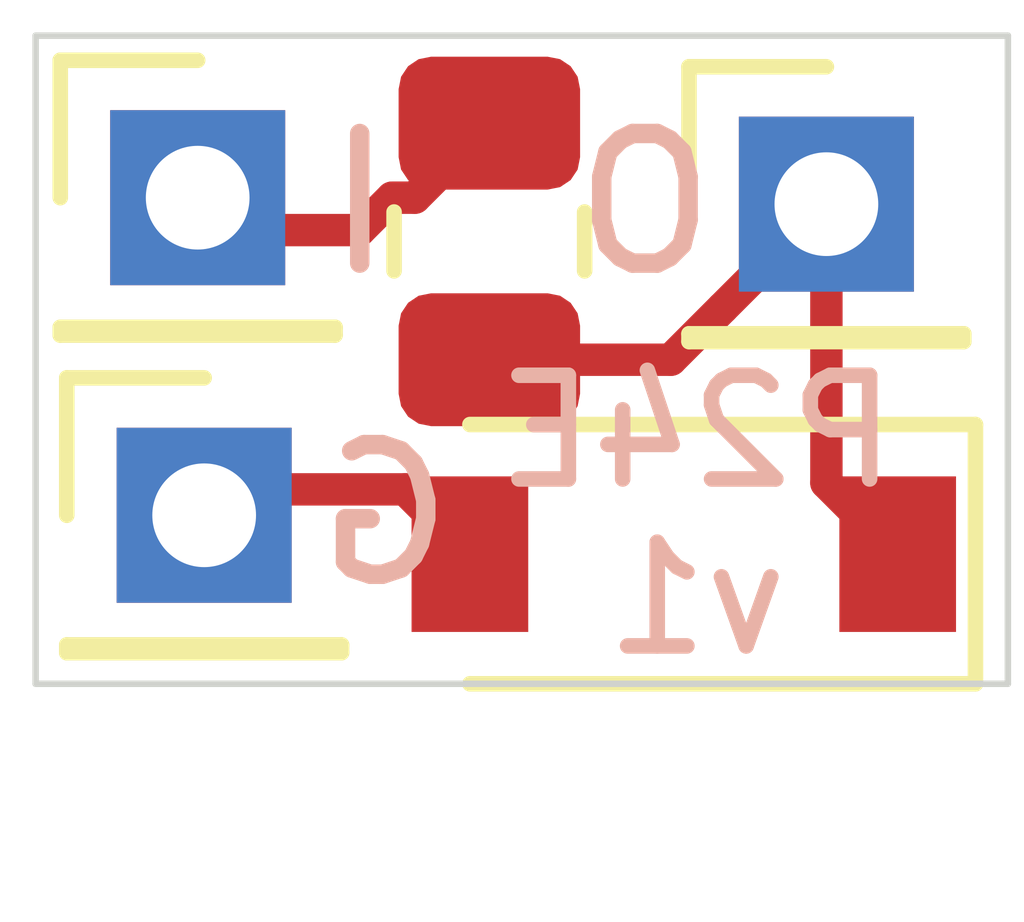
<source format=kicad_pcb>
(kicad_pcb (version 20171130) (host pcbnew 5.1.5+dfsg1-2build2)

  (general
    (thickness 1.6)
    (drawings 8)
    (tracks 11)
    (zones 0)
    (modules 5)
    (nets 4)
  )

  (page A4)
  (layers
    (0 F.Cu signal)
    (31 B.Cu signal)
    (32 B.Adhes user)
    (33 F.Adhes user)
    (34 B.Paste user)
    (35 F.Paste user)
    (36 B.SilkS user)
    (37 F.SilkS user)
    (38 B.Mask user)
    (39 F.Mask user)
    (40 Dwgs.User user)
    (41 Cmts.User user)
    (42 Eco1.User user)
    (43 Eco2.User user)
    (44 Edge.Cuts user)
    (45 Margin user)
    (46 B.CrtYd user)
    (47 F.CrtYd user)
    (48 B.Fab user)
    (49 F.Fab user)
  )

  (setup
    (last_trace_width 0.25)
    (trace_clearance 0.2)
    (zone_clearance 0.508)
    (zone_45_only no)
    (trace_min 0.2)
    (via_size 0.8)
    (via_drill 0.4)
    (via_min_size 0.4)
    (via_min_drill 0.3)
    (uvia_size 0.3)
    (uvia_drill 0.1)
    (uvias_allowed no)
    (uvia_min_size 0.2)
    (uvia_min_drill 0.1)
    (edge_width 0.05)
    (segment_width 0.2)
    (pcb_text_width 0.3)
    (pcb_text_size 1.5 1.5)
    (mod_edge_width 0.12)
    (mod_text_size 1 1)
    (mod_text_width 0.15)
    (pad_size 1.524 1.524)
    (pad_drill 0.762)
    (pad_to_mask_clearance 0.051)
    (solder_mask_min_width 0.25)
    (aux_axis_origin 126 46.5)
    (visible_elements FFFFFF7F)
    (pcbplotparams
      (layerselection 0x010fc_ffffffff)
      (usegerberextensions true)
      (usegerberattributes false)
      (usegerberadvancedattributes false)
      (creategerberjobfile false)
      (excludeedgelayer false)
      (linewidth 0.100000)
      (plotframeref false)
      (viasonmask false)
      (mode 1)
      (useauxorigin true)
      (hpglpennumber 1)
      (hpglpenspeed 20)
      (hpglpendiameter 15.000000)
      (psnegative false)
      (psa4output false)
      (plotreference false)
      (plotvalue false)
      (plotinvisibletext false)
      (padsonsilk false)
      (subtractmaskfromsilk true)
      (outputformat 1)
      (mirror false)
      (drillshape 0)
      (scaleselection 1)
      (outputdirectory "gerbers/"))
  )

  (net 0 "")
  (net 1 "Net-(D1-Pad2)")
  (net 2 "Net-(D1-Pad1)")
  (net 3 "Net-(J1-Pad1)")

  (net_class Default "This is the default net class."
    (clearance 0.2)
    (trace_width 0.25)
    (via_dia 0.8)
    (via_drill 0.4)
    (uvia_dia 0.3)
    (uvia_drill 0.1)
    (add_net "Net-(D1-Pad1)")
    (add_net "Net-(D1-Pad2)")
    (add_net "Net-(J1-Pad1)")
  )

  (module Resistor_SMD:R_0805_2012Metric (layer F.Cu) (tedit 5F68FEEE) (tstamp 6165CCB6)
    (at 122 48.0875 90)
    (descr "Resistor SMD 0805 (2012 Metric), square (rectangular) end terminal, IPC_7351 nominal, (Body size source: IPC-SM-782 page 72, https://www.pcb-3d.com/wordpress/wp-content/uploads/ipc-sm-782a_amendment_1_and_2.pdf), generated with kicad-footprint-generator")
    (tags resistor)
    (path /616583D4)
    (attr smd)
    (fp_text reference R1 (at 0 -1.65 90) (layer F.SilkS) hide
      (effects (font (size 1 1) (thickness 0.15)))
    )
    (fp_text value 500 (at 0 1.65 90) (layer F.Fab)
      (effects (font (size 1 1) (thickness 0.15)))
    )
    (fp_text user %R (at 0 0 90) (layer F.Fab)
      (effects (font (size 0.5 0.5) (thickness 0.08)))
    )
    (fp_line (start 1.68 0.95) (end -1.68 0.95) (layer F.CrtYd) (width 0.05))
    (fp_line (start 1.68 -0.95) (end 1.68 0.95) (layer F.CrtYd) (width 0.05))
    (fp_line (start -1.68 -0.95) (end 1.68 -0.95) (layer F.CrtYd) (width 0.05))
    (fp_line (start -1.68 0.95) (end -1.68 -0.95) (layer F.CrtYd) (width 0.05))
    (fp_line (start -0.227064 0.735) (end 0.227064 0.735) (layer F.SilkS) (width 0.12))
    (fp_line (start -0.227064 -0.735) (end 0.227064 -0.735) (layer F.SilkS) (width 0.12))
    (fp_line (start 1 0.625) (end -1 0.625) (layer F.Fab) (width 0.1))
    (fp_line (start 1 -0.625) (end 1 0.625) (layer F.Fab) (width 0.1))
    (fp_line (start -1 -0.625) (end 1 -0.625) (layer F.Fab) (width 0.1))
    (fp_line (start -1 0.625) (end -1 -0.625) (layer F.Fab) (width 0.1))
    (pad 2 smd roundrect (at 0.9125 0 90) (size 1.025 1.4) (layers F.Cu F.Paste F.Mask) (roundrect_rratio 0.243902)
      (net 3 "Net-(J1-Pad1)"))
    (pad 1 smd roundrect (at -0.9125 0 90) (size 1.025 1.4) (layers F.Cu F.Paste F.Mask) (roundrect_rratio 0.243902)
      (net 2 "Net-(D1-Pad1)"))
    (model ${KISYS3DMOD}/Resistor_SMD.3dshapes/R_0805_2012Metric.wrl
      (at (xyz 0 0 0))
      (scale (xyz 1 1 1))
      (rotate (xyz 0 0 0))
    )
  )

  (module Connector_PinHeader_2.00mm:PinHeader_1x01_P2.00mm_Vertical (layer F.Cu) (tedit 59FED667) (tstamp 6165CCA5)
    (at 124.6 47.8)
    (descr "Through hole straight pin header, 1x01, 2.00mm pitch, single row")
    (tags "Through hole pin header THT 1x01 2.00mm single row")
    (path /61657196)
    (fp_text reference J3 (at 0 -2.06) (layer F.SilkS) hide
      (effects (font (size 1 1) (thickness 0.15)))
    )
    (fp_text value O (at 0 2.06) (layer F.Fab)
      (effects (font (size 1 1) (thickness 0.15)))
    )
    (fp_text user %R (at 0 0 90) (layer F.Fab)
      (effects (font (size 1 1) (thickness 0.15)))
    )
    (fp_line (start 1.5 -1.5) (end -1.5 -1.5) (layer F.CrtYd) (width 0.05))
    (fp_line (start 1.5 1.5) (end 1.5 -1.5) (layer F.CrtYd) (width 0.05))
    (fp_line (start -1.5 1.5) (end 1.5 1.5) (layer F.CrtYd) (width 0.05))
    (fp_line (start -1.5 -1.5) (end -1.5 1.5) (layer F.CrtYd) (width 0.05))
    (fp_line (start -1.06 -1.06) (end 0 -1.06) (layer F.SilkS) (width 0.12))
    (fp_line (start -1.06 0) (end -1.06 -1.06) (layer F.SilkS) (width 0.12))
    (fp_line (start -1.06 1) (end 1.06 1) (layer F.SilkS) (width 0.12))
    (fp_line (start 1.06 1) (end 1.06 1.06) (layer F.SilkS) (width 0.12))
    (fp_line (start -1.06 1) (end -1.06 1.06) (layer F.SilkS) (width 0.12))
    (fp_line (start -1.06 1.06) (end 1.06 1.06) (layer F.SilkS) (width 0.12))
    (fp_line (start -1 -0.5) (end -0.5 -1) (layer F.Fab) (width 0.1))
    (fp_line (start -1 1) (end -1 -0.5) (layer F.Fab) (width 0.1))
    (fp_line (start 1 1) (end -1 1) (layer F.Fab) (width 0.1))
    (fp_line (start 1 -1) (end 1 1) (layer F.Fab) (width 0.1))
    (fp_line (start -0.5 -1) (end 1 -1) (layer F.Fab) (width 0.1))
    (pad 1 thru_hole rect (at 0 0) (size 1.35 1.35) (drill 0.8) (layers *.Cu *.Mask)
      (net 2 "Net-(D1-Pad1)"))
  )

  (module Connector_PinHeader_2.00mm:PinHeader_1x01_P2.00mm_Vertical (layer F.Cu) (tedit 59FED667) (tstamp 6165CC90)
    (at 119.8 50.2)
    (descr "Through hole straight pin header, 1x01, 2.00mm pitch, single row")
    (tags "Through hole pin header THT 1x01 2.00mm single row")
    (path /61657323)
    (fp_text reference J2 (at 0 -2.06) (layer F.SilkS) hide
      (effects (font (size 1 1) (thickness 0.15)))
    )
    (fp_text value G (at 0 2.06) (layer F.Fab)
      (effects (font (size 1 1) (thickness 0.15)))
    )
    (fp_text user %R (at 0 0 90) (layer F.Fab)
      (effects (font (size 1 1) (thickness 0.15)))
    )
    (fp_line (start 1.5 -1.5) (end -1.5 -1.5) (layer F.CrtYd) (width 0.05))
    (fp_line (start 1.5 1.5) (end 1.5 -1.5) (layer F.CrtYd) (width 0.05))
    (fp_line (start -1.5 1.5) (end 1.5 1.5) (layer F.CrtYd) (width 0.05))
    (fp_line (start -1.5 -1.5) (end -1.5 1.5) (layer F.CrtYd) (width 0.05))
    (fp_line (start -1.06 -1.06) (end 0 -1.06) (layer F.SilkS) (width 0.12))
    (fp_line (start -1.06 0) (end -1.06 -1.06) (layer F.SilkS) (width 0.12))
    (fp_line (start -1.06 1) (end 1.06 1) (layer F.SilkS) (width 0.12))
    (fp_line (start 1.06 1) (end 1.06 1.06) (layer F.SilkS) (width 0.12))
    (fp_line (start -1.06 1) (end -1.06 1.06) (layer F.SilkS) (width 0.12))
    (fp_line (start -1.06 1.06) (end 1.06 1.06) (layer F.SilkS) (width 0.12))
    (fp_line (start -1 -0.5) (end -0.5 -1) (layer F.Fab) (width 0.1))
    (fp_line (start -1 1) (end -1 -0.5) (layer F.Fab) (width 0.1))
    (fp_line (start 1 1) (end -1 1) (layer F.Fab) (width 0.1))
    (fp_line (start 1 -1) (end 1 1) (layer F.Fab) (width 0.1))
    (fp_line (start -0.5 -1) (end 1 -1) (layer F.Fab) (width 0.1))
    (pad 1 thru_hole rect (at 0 0) (size 1.35 1.35) (drill 0.8) (layers *.Cu *.Mask)
      (net 1 "Net-(D1-Pad2)"))
  )

  (module Connector_PinHeader_2.00mm:PinHeader_1x01_P2.00mm_Vertical (layer F.Cu) (tedit 59FED667) (tstamp 6165CC7B)
    (at 119.75 47.75)
    (descr "Through hole straight pin header, 1x01, 2.00mm pitch, single row")
    (tags "Through hole pin header THT 1x01 2.00mm single row")
    (path /616575B1)
    (fp_text reference J1 (at 0 -2.06) (layer F.SilkS) hide
      (effects (font (size 1 1) (thickness 0.15)))
    )
    (fp_text value I (at 0 2.06) (layer F.Fab)
      (effects (font (size 1 1) (thickness 0.15)))
    )
    (fp_text user %R (at 0 0 90) (layer F.Fab)
      (effects (font (size 1 1) (thickness 0.15)))
    )
    (fp_line (start 1.5 -1.5) (end -1.5 -1.5) (layer F.CrtYd) (width 0.05))
    (fp_line (start 1.5 1.5) (end 1.5 -1.5) (layer F.CrtYd) (width 0.05))
    (fp_line (start -1.5 1.5) (end 1.5 1.5) (layer F.CrtYd) (width 0.05))
    (fp_line (start -1.5 -1.5) (end -1.5 1.5) (layer F.CrtYd) (width 0.05))
    (fp_line (start -1.06 -1.06) (end 0 -1.06) (layer F.SilkS) (width 0.12))
    (fp_line (start -1.06 0) (end -1.06 -1.06) (layer F.SilkS) (width 0.12))
    (fp_line (start -1.06 1) (end 1.06 1) (layer F.SilkS) (width 0.12))
    (fp_line (start 1.06 1) (end 1.06 1.06) (layer F.SilkS) (width 0.12))
    (fp_line (start -1.06 1) (end -1.06 1.06) (layer F.SilkS) (width 0.12))
    (fp_line (start -1.06 1.06) (end 1.06 1.06) (layer F.SilkS) (width 0.12))
    (fp_line (start -1 -0.5) (end -0.5 -1) (layer F.Fab) (width 0.1))
    (fp_line (start -1 1) (end -1 -0.5) (layer F.Fab) (width 0.1))
    (fp_line (start 1 1) (end -1 1) (layer F.Fab) (width 0.1))
    (fp_line (start 1 -1) (end 1 1) (layer F.Fab) (width 0.1))
    (fp_line (start -0.5 -1) (end 1 -1) (layer F.Fab) (width 0.1))
    (pad 1 thru_hole rect (at 0 0) (size 1.35 1.35) (drill 0.8) (layers *.Cu *.Mask)
      (net 3 "Net-(J1-Pad1)"))
  )

  (module Diode_SMD:D_SOD-123 (layer F.Cu) (tedit 58645DC7) (tstamp 6165CC66)
    (at 123.5 50.5 180)
    (descr SOD-123)
    (tags SOD-123)
    (path /616579EB)
    (attr smd)
    (fp_text reference D1 (at 0 -2) (layer F.SilkS) hide
      (effects (font (size 1 1) (thickness 0.15)))
    )
    (fp_text value 20V (at 0 2.1) (layer F.Fab)
      (effects (font (size 1 1) (thickness 0.15)))
    )
    (fp_line (start -2.25 -1) (end 1.65 -1) (layer F.SilkS) (width 0.12))
    (fp_line (start -2.25 1) (end 1.65 1) (layer F.SilkS) (width 0.12))
    (fp_line (start -2.35 -1.15) (end -2.35 1.15) (layer F.CrtYd) (width 0.05))
    (fp_line (start 2.35 1.15) (end -2.35 1.15) (layer F.CrtYd) (width 0.05))
    (fp_line (start 2.35 -1.15) (end 2.35 1.15) (layer F.CrtYd) (width 0.05))
    (fp_line (start -2.35 -1.15) (end 2.35 -1.15) (layer F.CrtYd) (width 0.05))
    (fp_line (start -1.4 -0.9) (end 1.4 -0.9) (layer F.Fab) (width 0.1))
    (fp_line (start 1.4 -0.9) (end 1.4 0.9) (layer F.Fab) (width 0.1))
    (fp_line (start 1.4 0.9) (end -1.4 0.9) (layer F.Fab) (width 0.1))
    (fp_line (start -1.4 0.9) (end -1.4 -0.9) (layer F.Fab) (width 0.1))
    (fp_line (start -0.75 0) (end -0.35 0) (layer F.Fab) (width 0.1))
    (fp_line (start -0.35 0) (end -0.35 -0.55) (layer F.Fab) (width 0.1))
    (fp_line (start -0.35 0) (end -0.35 0.55) (layer F.Fab) (width 0.1))
    (fp_line (start -0.35 0) (end 0.25 -0.4) (layer F.Fab) (width 0.1))
    (fp_line (start 0.25 -0.4) (end 0.25 0.4) (layer F.Fab) (width 0.1))
    (fp_line (start 0.25 0.4) (end -0.35 0) (layer F.Fab) (width 0.1))
    (fp_line (start 0.25 0) (end 0.75 0) (layer F.Fab) (width 0.1))
    (fp_line (start -2.25 -1) (end -2.25 1) (layer F.SilkS) (width 0.12))
    (fp_text user %R (at 0 -2) (layer F.Fab)
      (effects (font (size 1 1) (thickness 0.15)))
    )
    (pad 2 smd rect (at 1.65 0 180) (size 0.9 1.2) (layers F.Cu F.Paste F.Mask)
      (net 1 "Net-(D1-Pad2)"))
    (pad 1 smd rect (at -1.65 0 180) (size 0.9 1.2) (layers F.Cu F.Paste F.Mask)
      (net 2 "Net-(D1-Pad1)"))
    (model ${KISYS3DMOD}/Diode_SMD.3dshapes/D_SOD-123.wrl
      (at (xyz 0 0 0))
      (scale (xyz 1 1 1))
      (rotate (xyz 0 0 0))
    )
  )

  (gr_text "P24E\nv1" (at 123.6 50.2) (layer B.SilkS)
    (effects (font (size 0.8 0.8) (thickness 0.12)) (justify mirror))
  )
  (gr_text O (at 123.2 47.8) (layer B.SilkS)
    (effects (font (size 1 1) (thickness 0.15)) (justify mirror))
  )
  (gr_text G (at 121.2 50.2) (layer B.SilkS)
    (effects (font (size 1 1) (thickness 0.15)) (justify mirror))
  )
  (gr_text I (at 121 47.8) (layer B.SilkS)
    (effects (font (size 1 1) (thickness 0.15)) (justify mirror))
  )
  (gr_line (start 118.5 51.5) (end 118.5 46.5) (layer Edge.Cuts) (width 0.05) (tstamp 6165D0DF))
  (gr_line (start 126 51.5) (end 118.5 51.5) (layer Edge.Cuts) (width 0.05))
  (gr_line (start 126 46.5) (end 126 51.5) (layer Edge.Cuts) (width 0.05))
  (gr_line (start 118.5 46.5) (end 126 46.5) (layer Edge.Cuts) (width 0.05))

  (segment (start 121.35 50) (end 121.85 50.5) (width 0.25) (layer F.Cu) (net 1))
  (segment (start 120 50) (end 121.35 50) (width 0.25) (layer F.Cu) (net 1))
  (segment (start 123.8 48.6) (end 124.6 47.8) (width 0.25) (layer F.Cu) (net 2))
  (segment (start 123.4 49) (end 123.8 48.6) (width 0.25) (layer F.Cu) (net 2))
  (segment (start 122 49) (end 123.4 49) (width 0.25) (layer F.Cu) (net 2))
  (segment (start 124.6 49.95) (end 125.15 50.5) (width 0.25) (layer F.Cu) (net 2))
  (segment (start 124.6 47.8) (end 124.6 49.95) (width 0.25) (layer F.Cu) (net 2))
  (segment (start 121.425 47.75) (end 122 47.175) (width 0.25) (layer F.Cu) (net 3))
  (segment (start 121.25 47.75) (end 121.425 47.75) (width 0.25) (layer F.Cu) (net 3))
  (segment (start 121 48) (end 121.25 47.75) (width 0.25) (layer F.Cu) (net 3))
  (segment (start 120 48) (end 121 48) (width 0.25) (layer F.Cu) (net 3))

)

</source>
